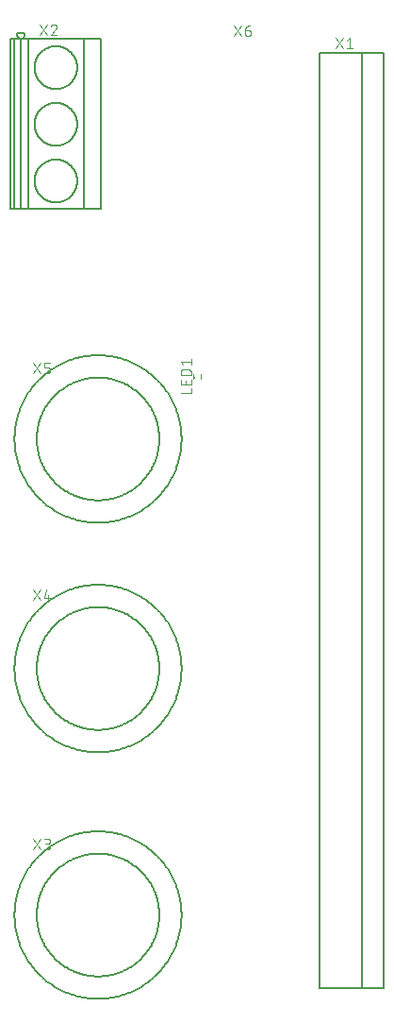
<source format=gbr>
G04 EAGLE Gerber RS-274X export*
G75*
%MOMM*%
%FSLAX34Y34*%
%LPD*%
%INSilkscreen Top*%
%IPPOS*%
%AMOC8*
5,1,8,0,0,1.08239X$1,22.5*%
G01*
%ADD10C,0.101600*%
%ADD11R,0.225000X0.250000*%
%ADD12C,0.076200*%
%ADD13C,0.200000*%
%ADD14C,0.203200*%
%ADD15C,0.127000*%
%ADD16C,0.152400*%


D10*
X171760Y569500D02*
X171760Y573500D01*
X178760Y573500D02*
X178760Y569500D01*
D11*
X172385Y570250D03*
D12*
X169959Y556801D02*
X160561Y556801D01*
X169959Y556801D02*
X169959Y560978D01*
X169959Y564726D02*
X169959Y568903D01*
X169959Y564726D02*
X160561Y564726D01*
X160561Y568903D01*
X164738Y567858D02*
X164738Y564726D01*
X160561Y572633D02*
X169959Y572633D01*
X160561Y572633D02*
X160561Y575244D01*
X160563Y575344D01*
X160569Y575444D01*
X160578Y575543D01*
X160592Y575643D01*
X160609Y575741D01*
X160630Y575839D01*
X160654Y575936D01*
X160683Y576032D01*
X160715Y576127D01*
X160750Y576220D01*
X160789Y576312D01*
X160832Y576403D01*
X160878Y576491D01*
X160928Y576578D01*
X160980Y576663D01*
X161036Y576746D01*
X161095Y576827D01*
X161158Y576905D01*
X161223Y576981D01*
X161291Y577055D01*
X161361Y577125D01*
X161435Y577193D01*
X161511Y577258D01*
X161589Y577321D01*
X161670Y577380D01*
X161753Y577436D01*
X161838Y577488D01*
X161925Y577538D01*
X162013Y577584D01*
X162104Y577627D01*
X162196Y577666D01*
X162289Y577701D01*
X162384Y577733D01*
X162480Y577762D01*
X162577Y577786D01*
X162675Y577807D01*
X162773Y577824D01*
X162873Y577838D01*
X162972Y577847D01*
X163072Y577853D01*
X163172Y577855D01*
X163172Y577854D02*
X167348Y577854D01*
X167348Y577855D02*
X167448Y577853D01*
X167548Y577847D01*
X167647Y577838D01*
X167747Y577824D01*
X167845Y577807D01*
X167943Y577786D01*
X168040Y577762D01*
X168136Y577733D01*
X168231Y577701D01*
X168324Y577666D01*
X168416Y577627D01*
X168507Y577584D01*
X168595Y577538D01*
X168682Y577488D01*
X168767Y577436D01*
X168850Y577380D01*
X168931Y577321D01*
X169009Y577258D01*
X169085Y577193D01*
X169159Y577125D01*
X169229Y577055D01*
X169297Y576981D01*
X169362Y576905D01*
X169425Y576827D01*
X169484Y576746D01*
X169540Y576663D01*
X169592Y576578D01*
X169642Y576491D01*
X169688Y576403D01*
X169731Y576312D01*
X169770Y576220D01*
X169805Y576127D01*
X169837Y576032D01*
X169866Y575936D01*
X169890Y575839D01*
X169911Y575741D01*
X169928Y575643D01*
X169942Y575543D01*
X169951Y575444D01*
X169957Y575344D01*
X169959Y575244D01*
X169959Y572633D01*
X162649Y582082D02*
X160561Y584692D01*
X169959Y584692D01*
X169959Y582082D02*
X169959Y587303D01*
D13*
X323850Y23368D02*
X342900Y23368D01*
X323850Y23368D02*
X285750Y23368D01*
X285750Y861568D01*
X323850Y861568D01*
X342900Y861568D01*
X342900Y23368D01*
X323850Y23368D02*
X323850Y861568D01*
D12*
X306366Y875157D02*
X300101Y865759D01*
X306366Y865759D02*
X300101Y875157D01*
X309767Y873069D02*
X312378Y875157D01*
X312378Y865759D01*
X314988Y865759D02*
X309767Y865759D01*
D14*
X7760Y873971D02*
X7760Y721571D01*
X73503Y721571D02*
X73503Y873971D01*
X28705Y873971D02*
X23781Y873971D01*
X14990Y873971D02*
X14990Y875258D01*
X19130Y875258D02*
X19130Y873971D01*
X16981Y873971D01*
X14990Y873971D01*
X20630Y877041D02*
X20630Y879671D01*
X13490Y879671D02*
X13490Y877041D01*
X19130Y873971D02*
X23781Y873971D01*
X14990Y875258D02*
X13490Y877041D01*
X13490Y879671D02*
X20630Y879671D01*
X68673Y873971D02*
X73503Y873971D01*
X68673Y873971D02*
X28705Y873971D01*
X20630Y877041D02*
X19130Y875258D01*
X23781Y873971D02*
X23781Y721571D01*
X28705Y721571D01*
X16981Y721571D02*
X16981Y873971D01*
X16981Y721571D02*
X23781Y721571D01*
X28705Y721571D02*
X68673Y721571D01*
X73503Y721571D01*
X88760Y721571D01*
X14990Y873971D02*
X10760Y873971D01*
X10760Y721571D02*
X16981Y721571D01*
X88760Y721571D02*
X88760Y873971D01*
X73503Y873971D01*
X10760Y873971D02*
X10760Y721571D01*
X10760Y873971D02*
X7760Y873971D01*
X7760Y721571D02*
X10760Y721571D01*
X29360Y848571D02*
X29366Y849041D01*
X29383Y849511D01*
X29412Y849980D01*
X29452Y850448D01*
X29504Y850915D01*
X29567Y851381D01*
X29642Y851845D01*
X29728Y852307D01*
X29825Y852767D01*
X29934Y853224D01*
X30054Y853679D01*
X30185Y854130D01*
X30327Y854578D01*
X30479Y855022D01*
X30643Y855463D01*
X30818Y855899D01*
X31003Y856331D01*
X31199Y856759D01*
X31405Y857181D01*
X31621Y857598D01*
X31848Y858010D01*
X32084Y858416D01*
X32331Y858816D01*
X32587Y859210D01*
X32853Y859598D01*
X33129Y859979D01*
X33413Y860353D01*
X33707Y860720D01*
X34009Y861079D01*
X34321Y861431D01*
X34641Y861776D01*
X34969Y862112D01*
X35305Y862440D01*
X35650Y862760D01*
X36002Y863072D01*
X36361Y863374D01*
X36728Y863668D01*
X37102Y863952D01*
X37483Y864228D01*
X37871Y864494D01*
X38265Y864750D01*
X38665Y864997D01*
X39071Y865233D01*
X39483Y865460D01*
X39900Y865676D01*
X40322Y865882D01*
X40750Y866078D01*
X41182Y866263D01*
X41618Y866438D01*
X42059Y866602D01*
X42503Y866754D01*
X42951Y866896D01*
X43402Y867027D01*
X43857Y867147D01*
X44314Y867256D01*
X44774Y867353D01*
X45236Y867439D01*
X45700Y867514D01*
X46166Y867577D01*
X46633Y867629D01*
X47101Y867669D01*
X47570Y867698D01*
X48040Y867715D01*
X48510Y867721D01*
X48980Y867715D01*
X49450Y867698D01*
X49919Y867669D01*
X50387Y867629D01*
X50854Y867577D01*
X51320Y867514D01*
X51784Y867439D01*
X52246Y867353D01*
X52706Y867256D01*
X53163Y867147D01*
X53618Y867027D01*
X54069Y866896D01*
X54517Y866754D01*
X54961Y866602D01*
X55402Y866438D01*
X55838Y866263D01*
X56270Y866078D01*
X56698Y865882D01*
X57120Y865676D01*
X57537Y865460D01*
X57949Y865233D01*
X58355Y864997D01*
X58755Y864750D01*
X59149Y864494D01*
X59537Y864228D01*
X59918Y863952D01*
X60292Y863668D01*
X60659Y863374D01*
X61018Y863072D01*
X61370Y862760D01*
X61715Y862440D01*
X62051Y862112D01*
X62379Y861776D01*
X62699Y861431D01*
X63011Y861079D01*
X63313Y860720D01*
X63607Y860353D01*
X63891Y859979D01*
X64167Y859598D01*
X64433Y859210D01*
X64689Y858816D01*
X64936Y858416D01*
X65172Y858010D01*
X65399Y857598D01*
X65615Y857181D01*
X65821Y856759D01*
X66017Y856331D01*
X66202Y855899D01*
X66377Y855463D01*
X66541Y855022D01*
X66693Y854578D01*
X66835Y854130D01*
X66966Y853679D01*
X67086Y853224D01*
X67195Y852767D01*
X67292Y852307D01*
X67378Y851845D01*
X67453Y851381D01*
X67516Y850915D01*
X67568Y850448D01*
X67608Y849980D01*
X67637Y849511D01*
X67654Y849041D01*
X67660Y848571D01*
X67654Y848101D01*
X67637Y847631D01*
X67608Y847162D01*
X67568Y846694D01*
X67516Y846227D01*
X67453Y845761D01*
X67378Y845297D01*
X67292Y844835D01*
X67195Y844375D01*
X67086Y843918D01*
X66966Y843463D01*
X66835Y843012D01*
X66693Y842564D01*
X66541Y842120D01*
X66377Y841679D01*
X66202Y841243D01*
X66017Y840811D01*
X65821Y840383D01*
X65615Y839961D01*
X65399Y839544D01*
X65172Y839132D01*
X64936Y838726D01*
X64689Y838326D01*
X64433Y837932D01*
X64167Y837544D01*
X63891Y837163D01*
X63607Y836789D01*
X63313Y836422D01*
X63011Y836063D01*
X62699Y835711D01*
X62379Y835366D01*
X62051Y835030D01*
X61715Y834702D01*
X61370Y834382D01*
X61018Y834070D01*
X60659Y833768D01*
X60292Y833474D01*
X59918Y833190D01*
X59537Y832914D01*
X59149Y832648D01*
X58755Y832392D01*
X58355Y832145D01*
X57949Y831909D01*
X57537Y831682D01*
X57120Y831466D01*
X56698Y831260D01*
X56270Y831064D01*
X55838Y830879D01*
X55402Y830704D01*
X54961Y830540D01*
X54517Y830388D01*
X54069Y830246D01*
X53618Y830115D01*
X53163Y829995D01*
X52706Y829886D01*
X52246Y829789D01*
X51784Y829703D01*
X51320Y829628D01*
X50854Y829565D01*
X50387Y829513D01*
X49919Y829473D01*
X49450Y829444D01*
X48980Y829427D01*
X48510Y829421D01*
X48040Y829427D01*
X47570Y829444D01*
X47101Y829473D01*
X46633Y829513D01*
X46166Y829565D01*
X45700Y829628D01*
X45236Y829703D01*
X44774Y829789D01*
X44314Y829886D01*
X43857Y829995D01*
X43402Y830115D01*
X42951Y830246D01*
X42503Y830388D01*
X42059Y830540D01*
X41618Y830704D01*
X41182Y830879D01*
X40750Y831064D01*
X40322Y831260D01*
X39900Y831466D01*
X39483Y831682D01*
X39071Y831909D01*
X38665Y832145D01*
X38265Y832392D01*
X37871Y832648D01*
X37483Y832914D01*
X37102Y833190D01*
X36728Y833474D01*
X36361Y833768D01*
X36002Y834070D01*
X35650Y834382D01*
X35305Y834702D01*
X34969Y835030D01*
X34641Y835366D01*
X34321Y835711D01*
X34009Y836063D01*
X33707Y836422D01*
X33413Y836789D01*
X33129Y837163D01*
X32853Y837544D01*
X32587Y837932D01*
X32331Y838326D01*
X32084Y838726D01*
X31848Y839132D01*
X31621Y839544D01*
X31405Y839961D01*
X31199Y840383D01*
X31003Y840811D01*
X30818Y841243D01*
X30643Y841679D01*
X30479Y842120D01*
X30327Y842564D01*
X30185Y843012D01*
X30054Y843463D01*
X29934Y843918D01*
X29825Y844375D01*
X29728Y844835D01*
X29642Y845297D01*
X29567Y845761D01*
X29504Y846227D01*
X29452Y846694D01*
X29412Y847162D01*
X29383Y847631D01*
X29366Y848101D01*
X29360Y848571D01*
X29360Y797771D02*
X29366Y798241D01*
X29383Y798711D01*
X29412Y799180D01*
X29452Y799648D01*
X29504Y800115D01*
X29567Y800581D01*
X29642Y801045D01*
X29728Y801507D01*
X29825Y801967D01*
X29934Y802424D01*
X30054Y802879D01*
X30185Y803330D01*
X30327Y803778D01*
X30479Y804222D01*
X30643Y804663D01*
X30818Y805099D01*
X31003Y805531D01*
X31199Y805959D01*
X31405Y806381D01*
X31621Y806798D01*
X31848Y807210D01*
X32084Y807616D01*
X32331Y808016D01*
X32587Y808410D01*
X32853Y808798D01*
X33129Y809179D01*
X33413Y809553D01*
X33707Y809920D01*
X34009Y810279D01*
X34321Y810631D01*
X34641Y810976D01*
X34969Y811312D01*
X35305Y811640D01*
X35650Y811960D01*
X36002Y812272D01*
X36361Y812574D01*
X36728Y812868D01*
X37102Y813152D01*
X37483Y813428D01*
X37871Y813694D01*
X38265Y813950D01*
X38665Y814197D01*
X39071Y814433D01*
X39483Y814660D01*
X39900Y814876D01*
X40322Y815082D01*
X40750Y815278D01*
X41182Y815463D01*
X41618Y815638D01*
X42059Y815802D01*
X42503Y815954D01*
X42951Y816096D01*
X43402Y816227D01*
X43857Y816347D01*
X44314Y816456D01*
X44774Y816553D01*
X45236Y816639D01*
X45700Y816714D01*
X46166Y816777D01*
X46633Y816829D01*
X47101Y816869D01*
X47570Y816898D01*
X48040Y816915D01*
X48510Y816921D01*
X48980Y816915D01*
X49450Y816898D01*
X49919Y816869D01*
X50387Y816829D01*
X50854Y816777D01*
X51320Y816714D01*
X51784Y816639D01*
X52246Y816553D01*
X52706Y816456D01*
X53163Y816347D01*
X53618Y816227D01*
X54069Y816096D01*
X54517Y815954D01*
X54961Y815802D01*
X55402Y815638D01*
X55838Y815463D01*
X56270Y815278D01*
X56698Y815082D01*
X57120Y814876D01*
X57537Y814660D01*
X57949Y814433D01*
X58355Y814197D01*
X58755Y813950D01*
X59149Y813694D01*
X59537Y813428D01*
X59918Y813152D01*
X60292Y812868D01*
X60659Y812574D01*
X61018Y812272D01*
X61370Y811960D01*
X61715Y811640D01*
X62051Y811312D01*
X62379Y810976D01*
X62699Y810631D01*
X63011Y810279D01*
X63313Y809920D01*
X63607Y809553D01*
X63891Y809179D01*
X64167Y808798D01*
X64433Y808410D01*
X64689Y808016D01*
X64936Y807616D01*
X65172Y807210D01*
X65399Y806798D01*
X65615Y806381D01*
X65821Y805959D01*
X66017Y805531D01*
X66202Y805099D01*
X66377Y804663D01*
X66541Y804222D01*
X66693Y803778D01*
X66835Y803330D01*
X66966Y802879D01*
X67086Y802424D01*
X67195Y801967D01*
X67292Y801507D01*
X67378Y801045D01*
X67453Y800581D01*
X67516Y800115D01*
X67568Y799648D01*
X67608Y799180D01*
X67637Y798711D01*
X67654Y798241D01*
X67660Y797771D01*
X67654Y797301D01*
X67637Y796831D01*
X67608Y796362D01*
X67568Y795894D01*
X67516Y795427D01*
X67453Y794961D01*
X67378Y794497D01*
X67292Y794035D01*
X67195Y793575D01*
X67086Y793118D01*
X66966Y792663D01*
X66835Y792212D01*
X66693Y791764D01*
X66541Y791320D01*
X66377Y790879D01*
X66202Y790443D01*
X66017Y790011D01*
X65821Y789583D01*
X65615Y789161D01*
X65399Y788744D01*
X65172Y788332D01*
X64936Y787926D01*
X64689Y787526D01*
X64433Y787132D01*
X64167Y786744D01*
X63891Y786363D01*
X63607Y785989D01*
X63313Y785622D01*
X63011Y785263D01*
X62699Y784911D01*
X62379Y784566D01*
X62051Y784230D01*
X61715Y783902D01*
X61370Y783582D01*
X61018Y783270D01*
X60659Y782968D01*
X60292Y782674D01*
X59918Y782390D01*
X59537Y782114D01*
X59149Y781848D01*
X58755Y781592D01*
X58355Y781345D01*
X57949Y781109D01*
X57537Y780882D01*
X57120Y780666D01*
X56698Y780460D01*
X56270Y780264D01*
X55838Y780079D01*
X55402Y779904D01*
X54961Y779740D01*
X54517Y779588D01*
X54069Y779446D01*
X53618Y779315D01*
X53163Y779195D01*
X52706Y779086D01*
X52246Y778989D01*
X51784Y778903D01*
X51320Y778828D01*
X50854Y778765D01*
X50387Y778713D01*
X49919Y778673D01*
X49450Y778644D01*
X48980Y778627D01*
X48510Y778621D01*
X48040Y778627D01*
X47570Y778644D01*
X47101Y778673D01*
X46633Y778713D01*
X46166Y778765D01*
X45700Y778828D01*
X45236Y778903D01*
X44774Y778989D01*
X44314Y779086D01*
X43857Y779195D01*
X43402Y779315D01*
X42951Y779446D01*
X42503Y779588D01*
X42059Y779740D01*
X41618Y779904D01*
X41182Y780079D01*
X40750Y780264D01*
X40322Y780460D01*
X39900Y780666D01*
X39483Y780882D01*
X39071Y781109D01*
X38665Y781345D01*
X38265Y781592D01*
X37871Y781848D01*
X37483Y782114D01*
X37102Y782390D01*
X36728Y782674D01*
X36361Y782968D01*
X36002Y783270D01*
X35650Y783582D01*
X35305Y783902D01*
X34969Y784230D01*
X34641Y784566D01*
X34321Y784911D01*
X34009Y785263D01*
X33707Y785622D01*
X33413Y785989D01*
X33129Y786363D01*
X32853Y786744D01*
X32587Y787132D01*
X32331Y787526D01*
X32084Y787926D01*
X31848Y788332D01*
X31621Y788744D01*
X31405Y789161D01*
X31199Y789583D01*
X31003Y790011D01*
X30818Y790443D01*
X30643Y790879D01*
X30479Y791320D01*
X30327Y791764D01*
X30185Y792212D01*
X30054Y792663D01*
X29934Y793118D01*
X29825Y793575D01*
X29728Y794035D01*
X29642Y794497D01*
X29567Y794961D01*
X29504Y795427D01*
X29452Y795894D01*
X29412Y796362D01*
X29383Y796831D01*
X29366Y797301D01*
X29360Y797771D01*
X29360Y746971D02*
X29366Y747441D01*
X29383Y747911D01*
X29412Y748380D01*
X29452Y748848D01*
X29504Y749315D01*
X29567Y749781D01*
X29642Y750245D01*
X29728Y750707D01*
X29825Y751167D01*
X29934Y751624D01*
X30054Y752079D01*
X30185Y752530D01*
X30327Y752978D01*
X30479Y753422D01*
X30643Y753863D01*
X30818Y754299D01*
X31003Y754731D01*
X31199Y755159D01*
X31405Y755581D01*
X31621Y755998D01*
X31848Y756410D01*
X32084Y756816D01*
X32331Y757216D01*
X32587Y757610D01*
X32853Y757998D01*
X33129Y758379D01*
X33413Y758753D01*
X33707Y759120D01*
X34009Y759479D01*
X34321Y759831D01*
X34641Y760176D01*
X34969Y760512D01*
X35305Y760840D01*
X35650Y761160D01*
X36002Y761472D01*
X36361Y761774D01*
X36728Y762068D01*
X37102Y762352D01*
X37483Y762628D01*
X37871Y762894D01*
X38265Y763150D01*
X38665Y763397D01*
X39071Y763633D01*
X39483Y763860D01*
X39900Y764076D01*
X40322Y764282D01*
X40750Y764478D01*
X41182Y764663D01*
X41618Y764838D01*
X42059Y765002D01*
X42503Y765154D01*
X42951Y765296D01*
X43402Y765427D01*
X43857Y765547D01*
X44314Y765656D01*
X44774Y765753D01*
X45236Y765839D01*
X45700Y765914D01*
X46166Y765977D01*
X46633Y766029D01*
X47101Y766069D01*
X47570Y766098D01*
X48040Y766115D01*
X48510Y766121D01*
X48980Y766115D01*
X49450Y766098D01*
X49919Y766069D01*
X50387Y766029D01*
X50854Y765977D01*
X51320Y765914D01*
X51784Y765839D01*
X52246Y765753D01*
X52706Y765656D01*
X53163Y765547D01*
X53618Y765427D01*
X54069Y765296D01*
X54517Y765154D01*
X54961Y765002D01*
X55402Y764838D01*
X55838Y764663D01*
X56270Y764478D01*
X56698Y764282D01*
X57120Y764076D01*
X57537Y763860D01*
X57949Y763633D01*
X58355Y763397D01*
X58755Y763150D01*
X59149Y762894D01*
X59537Y762628D01*
X59918Y762352D01*
X60292Y762068D01*
X60659Y761774D01*
X61018Y761472D01*
X61370Y761160D01*
X61715Y760840D01*
X62051Y760512D01*
X62379Y760176D01*
X62699Y759831D01*
X63011Y759479D01*
X63313Y759120D01*
X63607Y758753D01*
X63891Y758379D01*
X64167Y757998D01*
X64433Y757610D01*
X64689Y757216D01*
X64936Y756816D01*
X65172Y756410D01*
X65399Y755998D01*
X65615Y755581D01*
X65821Y755159D01*
X66017Y754731D01*
X66202Y754299D01*
X66377Y753863D01*
X66541Y753422D01*
X66693Y752978D01*
X66835Y752530D01*
X66966Y752079D01*
X67086Y751624D01*
X67195Y751167D01*
X67292Y750707D01*
X67378Y750245D01*
X67453Y749781D01*
X67516Y749315D01*
X67568Y748848D01*
X67608Y748380D01*
X67637Y747911D01*
X67654Y747441D01*
X67660Y746971D01*
X67654Y746501D01*
X67637Y746031D01*
X67608Y745562D01*
X67568Y745094D01*
X67516Y744627D01*
X67453Y744161D01*
X67378Y743697D01*
X67292Y743235D01*
X67195Y742775D01*
X67086Y742318D01*
X66966Y741863D01*
X66835Y741412D01*
X66693Y740964D01*
X66541Y740520D01*
X66377Y740079D01*
X66202Y739643D01*
X66017Y739211D01*
X65821Y738783D01*
X65615Y738361D01*
X65399Y737944D01*
X65172Y737532D01*
X64936Y737126D01*
X64689Y736726D01*
X64433Y736332D01*
X64167Y735944D01*
X63891Y735563D01*
X63607Y735189D01*
X63313Y734822D01*
X63011Y734463D01*
X62699Y734111D01*
X62379Y733766D01*
X62051Y733430D01*
X61715Y733102D01*
X61370Y732782D01*
X61018Y732470D01*
X60659Y732168D01*
X60292Y731874D01*
X59918Y731590D01*
X59537Y731314D01*
X59149Y731048D01*
X58755Y730792D01*
X58355Y730545D01*
X57949Y730309D01*
X57537Y730082D01*
X57120Y729866D01*
X56698Y729660D01*
X56270Y729464D01*
X55838Y729279D01*
X55402Y729104D01*
X54961Y728940D01*
X54517Y728788D01*
X54069Y728646D01*
X53618Y728515D01*
X53163Y728395D01*
X52706Y728286D01*
X52246Y728189D01*
X51784Y728103D01*
X51320Y728028D01*
X50854Y727965D01*
X50387Y727913D01*
X49919Y727873D01*
X49450Y727844D01*
X48980Y727827D01*
X48510Y727821D01*
X48040Y727827D01*
X47570Y727844D01*
X47101Y727873D01*
X46633Y727913D01*
X46166Y727965D01*
X45700Y728028D01*
X45236Y728103D01*
X44774Y728189D01*
X44314Y728286D01*
X43857Y728395D01*
X43402Y728515D01*
X42951Y728646D01*
X42503Y728788D01*
X42059Y728940D01*
X41618Y729104D01*
X41182Y729279D01*
X40750Y729464D01*
X40322Y729660D01*
X39900Y729866D01*
X39483Y730082D01*
X39071Y730309D01*
X38665Y730545D01*
X38265Y730792D01*
X37871Y731048D01*
X37483Y731314D01*
X37102Y731590D01*
X36728Y731874D01*
X36361Y732168D01*
X36002Y732470D01*
X35650Y732782D01*
X35305Y733102D01*
X34969Y733430D01*
X34641Y733766D01*
X34321Y734111D01*
X34009Y734463D01*
X33707Y734822D01*
X33413Y735189D01*
X33129Y735563D01*
X32853Y735944D01*
X32587Y736332D01*
X32331Y736726D01*
X32084Y737126D01*
X31848Y737532D01*
X31621Y737944D01*
X31405Y738361D01*
X31199Y738783D01*
X31003Y739211D01*
X30818Y739643D01*
X30643Y740079D01*
X30479Y740520D01*
X30327Y740964D01*
X30185Y741412D01*
X30054Y741863D01*
X29934Y742318D01*
X29825Y742775D01*
X29728Y743235D01*
X29642Y743697D01*
X29567Y744161D01*
X29504Y744627D01*
X29452Y745094D01*
X29412Y745562D01*
X29383Y746031D01*
X29366Y746501D01*
X29360Y746971D01*
D12*
X34150Y877951D02*
X40415Y887349D01*
X34150Y887349D02*
X40415Y877951D01*
X49038Y885000D02*
X49036Y885095D01*
X49030Y885189D01*
X49021Y885283D01*
X49008Y885377D01*
X48991Y885470D01*
X48970Y885562D01*
X48945Y885654D01*
X48917Y885744D01*
X48885Y885833D01*
X48850Y885921D01*
X48811Y886007D01*
X48769Y886092D01*
X48723Y886175D01*
X48674Y886256D01*
X48622Y886335D01*
X48567Y886412D01*
X48508Y886486D01*
X48447Y886558D01*
X48383Y886628D01*
X48316Y886695D01*
X48246Y886759D01*
X48174Y886820D01*
X48100Y886879D01*
X48023Y886934D01*
X47944Y886986D01*
X47863Y887035D01*
X47780Y887081D01*
X47695Y887123D01*
X47609Y887162D01*
X47521Y887197D01*
X47432Y887229D01*
X47342Y887257D01*
X47250Y887282D01*
X47158Y887303D01*
X47065Y887320D01*
X46971Y887333D01*
X46877Y887342D01*
X46783Y887348D01*
X46688Y887350D01*
X46688Y887349D02*
X46580Y887347D01*
X46471Y887341D01*
X46363Y887331D01*
X46256Y887318D01*
X46149Y887300D01*
X46042Y887279D01*
X45937Y887254D01*
X45832Y887225D01*
X45729Y887193D01*
X45627Y887156D01*
X45526Y887116D01*
X45427Y887073D01*
X45329Y887026D01*
X45233Y886975D01*
X45139Y886921D01*
X45047Y886864D01*
X44957Y886803D01*
X44869Y886739D01*
X44784Y886673D01*
X44701Y886603D01*
X44621Y886530D01*
X44543Y886454D01*
X44468Y886376D01*
X44396Y886295D01*
X44327Y886211D01*
X44261Y886125D01*
X44198Y886037D01*
X44139Y885946D01*
X44082Y885854D01*
X44029Y885759D01*
X43980Y885663D01*
X43934Y885564D01*
X43891Y885465D01*
X43852Y885363D01*
X43817Y885261D01*
X48255Y883172D02*
X48324Y883241D01*
X48390Y883312D01*
X48454Y883385D01*
X48515Y883461D01*
X48573Y883540D01*
X48627Y883620D01*
X48679Y883703D01*
X48727Y883787D01*
X48773Y883873D01*
X48814Y883961D01*
X48853Y884051D01*
X48888Y884142D01*
X48919Y884234D01*
X48947Y884327D01*
X48971Y884421D01*
X48991Y884516D01*
X49008Y884612D01*
X49021Y884709D01*
X49030Y884806D01*
X49036Y884903D01*
X49038Y885000D01*
X48254Y883172D02*
X43816Y877951D01*
X49037Y877951D01*
D15*
X31360Y88900D02*
X31377Y90250D01*
X31426Y91599D01*
X31509Y92946D01*
X31625Y94291D01*
X31774Y95633D01*
X31955Y96970D01*
X32170Y98303D01*
X32417Y99630D01*
X32696Y100951D01*
X33008Y102264D01*
X33352Y103569D01*
X33728Y104866D01*
X34136Y106152D01*
X34575Y107429D01*
X35045Y108694D01*
X35547Y109948D01*
X36078Y111188D01*
X36641Y112416D01*
X37233Y113629D01*
X37854Y114827D01*
X38505Y116009D01*
X39185Y117176D01*
X39893Y118325D01*
X40629Y119456D01*
X41393Y120569D01*
X42184Y121663D01*
X43001Y122738D01*
X43844Y123792D01*
X44714Y124825D01*
X45608Y125836D01*
X46526Y126825D01*
X47469Y127791D01*
X48435Y128734D01*
X49424Y129652D01*
X50435Y130546D01*
X51468Y131416D01*
X52522Y132259D01*
X53597Y133076D01*
X54691Y133867D01*
X55804Y134631D01*
X56935Y135367D01*
X58084Y136075D01*
X59251Y136755D01*
X60433Y137406D01*
X61631Y138027D01*
X62844Y138619D01*
X64072Y139182D01*
X65312Y139713D01*
X66566Y140215D01*
X67831Y140685D01*
X69108Y141124D01*
X70394Y141532D01*
X71691Y141908D01*
X72996Y142252D01*
X74309Y142564D01*
X75630Y142843D01*
X76957Y143090D01*
X78290Y143305D01*
X79627Y143486D01*
X80969Y143635D01*
X82314Y143751D01*
X83661Y143834D01*
X85010Y143883D01*
X86360Y143900D01*
X87710Y143883D01*
X89059Y143834D01*
X90406Y143751D01*
X91751Y143635D01*
X93093Y143486D01*
X94430Y143305D01*
X95763Y143090D01*
X97090Y142843D01*
X98411Y142564D01*
X99724Y142252D01*
X101029Y141908D01*
X102326Y141532D01*
X103612Y141124D01*
X104889Y140685D01*
X106154Y140215D01*
X107408Y139713D01*
X108648Y139182D01*
X109876Y138619D01*
X111089Y138027D01*
X112287Y137406D01*
X113469Y136755D01*
X114636Y136075D01*
X115785Y135367D01*
X116916Y134631D01*
X118029Y133867D01*
X119123Y133076D01*
X120198Y132259D01*
X121252Y131416D01*
X122285Y130546D01*
X123296Y129652D01*
X124285Y128734D01*
X125251Y127791D01*
X126194Y126825D01*
X127112Y125836D01*
X128006Y124825D01*
X128876Y123792D01*
X129719Y122738D01*
X130536Y121663D01*
X131327Y120569D01*
X132091Y119456D01*
X132827Y118325D01*
X133535Y117176D01*
X134215Y116009D01*
X134866Y114827D01*
X135487Y113629D01*
X136079Y112416D01*
X136642Y111188D01*
X137173Y109948D01*
X137675Y108694D01*
X138145Y107429D01*
X138584Y106152D01*
X138992Y104866D01*
X139368Y103569D01*
X139712Y102264D01*
X140024Y100951D01*
X140303Y99630D01*
X140550Y98303D01*
X140765Y96970D01*
X140946Y95633D01*
X141095Y94291D01*
X141211Y92946D01*
X141294Y91599D01*
X141343Y90250D01*
X141360Y88900D01*
X141343Y87550D01*
X141294Y86201D01*
X141211Y84854D01*
X141095Y83509D01*
X140946Y82167D01*
X140765Y80830D01*
X140550Y79497D01*
X140303Y78170D01*
X140024Y76849D01*
X139712Y75536D01*
X139368Y74231D01*
X138992Y72934D01*
X138584Y71648D01*
X138145Y70371D01*
X137675Y69106D01*
X137173Y67852D01*
X136642Y66612D01*
X136079Y65384D01*
X135487Y64171D01*
X134866Y62973D01*
X134215Y61791D01*
X133535Y60624D01*
X132827Y59475D01*
X132091Y58344D01*
X131327Y57231D01*
X130536Y56137D01*
X129719Y55062D01*
X128876Y54008D01*
X128006Y52975D01*
X127112Y51964D01*
X126194Y50975D01*
X125251Y50009D01*
X124285Y49066D01*
X123296Y48148D01*
X122285Y47254D01*
X121252Y46384D01*
X120198Y45541D01*
X119123Y44724D01*
X118029Y43933D01*
X116916Y43169D01*
X115785Y42433D01*
X114636Y41725D01*
X113469Y41045D01*
X112287Y40394D01*
X111089Y39773D01*
X109876Y39181D01*
X108648Y38618D01*
X107408Y38087D01*
X106154Y37585D01*
X104889Y37115D01*
X103612Y36676D01*
X102326Y36268D01*
X101029Y35892D01*
X99724Y35548D01*
X98411Y35236D01*
X97090Y34957D01*
X95763Y34710D01*
X94430Y34495D01*
X93093Y34314D01*
X91751Y34165D01*
X90406Y34049D01*
X89059Y33966D01*
X87710Y33917D01*
X86360Y33900D01*
X85010Y33917D01*
X83661Y33966D01*
X82314Y34049D01*
X80969Y34165D01*
X79627Y34314D01*
X78290Y34495D01*
X76957Y34710D01*
X75630Y34957D01*
X74309Y35236D01*
X72996Y35548D01*
X71691Y35892D01*
X70394Y36268D01*
X69108Y36676D01*
X67831Y37115D01*
X66566Y37585D01*
X65312Y38087D01*
X64072Y38618D01*
X62844Y39181D01*
X61631Y39773D01*
X60433Y40394D01*
X59251Y41045D01*
X58084Y41725D01*
X56935Y42433D01*
X55804Y43169D01*
X54691Y43933D01*
X53597Y44724D01*
X52522Y45541D01*
X51468Y46384D01*
X50435Y47254D01*
X49424Y48148D01*
X48435Y49066D01*
X47469Y50009D01*
X46526Y50975D01*
X45608Y51964D01*
X44714Y52975D01*
X43844Y54008D01*
X43001Y55062D01*
X42184Y56137D01*
X41393Y57231D01*
X40629Y58344D01*
X39893Y59475D01*
X39185Y60624D01*
X38505Y61791D01*
X37854Y62973D01*
X37233Y64171D01*
X36641Y65384D01*
X36078Y66612D01*
X35547Y67852D01*
X35045Y69106D01*
X34575Y70371D01*
X34136Y71648D01*
X33728Y72934D01*
X33352Y74231D01*
X33008Y75536D01*
X32696Y76849D01*
X32417Y78170D01*
X32170Y79497D01*
X31955Y80830D01*
X31774Y82167D01*
X31625Y83509D01*
X31509Y84854D01*
X31426Y86201D01*
X31377Y87550D01*
X31360Y88900D01*
D16*
X11360Y88900D02*
X11383Y90741D01*
X11450Y92580D01*
X11563Y94417D01*
X11721Y96251D01*
X11924Y98081D01*
X12172Y99905D01*
X12464Y101722D01*
X12801Y103532D01*
X13182Y105333D01*
X13608Y107124D01*
X14077Y108903D01*
X14589Y110671D01*
X15145Y112426D01*
X15744Y114167D01*
X16386Y115892D01*
X17069Y117601D01*
X17794Y119293D01*
X18561Y120967D01*
X19368Y122621D01*
X20216Y124255D01*
X21103Y125867D01*
X22030Y127458D01*
X22996Y129025D01*
X24000Y130568D01*
X25041Y132086D01*
X26119Y133577D01*
X27234Y135042D01*
X28384Y136479D01*
X29569Y137888D01*
X30789Y139267D01*
X32041Y140616D01*
X33327Y141933D01*
X34644Y143219D01*
X35993Y144471D01*
X37372Y145691D01*
X38781Y146876D01*
X40218Y148026D01*
X41683Y149141D01*
X43174Y150219D01*
X44692Y151260D01*
X46235Y152264D01*
X47802Y153230D01*
X49393Y154157D01*
X51005Y155044D01*
X52639Y155892D01*
X54293Y156699D01*
X55967Y157466D01*
X57659Y158191D01*
X59368Y158874D01*
X61093Y159516D01*
X62834Y160115D01*
X64589Y160671D01*
X66357Y161183D01*
X68136Y161652D01*
X69927Y162078D01*
X71728Y162459D01*
X73538Y162796D01*
X75355Y163088D01*
X77179Y163336D01*
X79009Y163539D01*
X80843Y163697D01*
X82680Y163810D01*
X84519Y163877D01*
X86360Y163900D01*
X88201Y163877D01*
X90040Y163810D01*
X91877Y163697D01*
X93711Y163539D01*
X95541Y163336D01*
X97365Y163088D01*
X99182Y162796D01*
X100992Y162459D01*
X102793Y162078D01*
X104584Y161652D01*
X106363Y161183D01*
X108131Y160671D01*
X109886Y160115D01*
X111627Y159516D01*
X113352Y158874D01*
X115061Y158191D01*
X116753Y157466D01*
X118427Y156699D01*
X120081Y155892D01*
X121715Y155044D01*
X123327Y154157D01*
X124918Y153230D01*
X126485Y152264D01*
X128028Y151260D01*
X129546Y150219D01*
X131037Y149141D01*
X132502Y148026D01*
X133939Y146876D01*
X135348Y145691D01*
X136727Y144471D01*
X138076Y143219D01*
X139393Y141933D01*
X140679Y140616D01*
X141931Y139267D01*
X143151Y137888D01*
X144336Y136479D01*
X145486Y135042D01*
X146601Y133577D01*
X147679Y132086D01*
X148720Y130568D01*
X149724Y129025D01*
X150690Y127458D01*
X151617Y125867D01*
X152504Y124255D01*
X153352Y122621D01*
X154159Y120967D01*
X154926Y119293D01*
X155651Y117601D01*
X156334Y115892D01*
X156976Y114167D01*
X157575Y112426D01*
X158131Y110671D01*
X158643Y108903D01*
X159112Y107124D01*
X159538Y105333D01*
X159919Y103532D01*
X160256Y101722D01*
X160548Y99905D01*
X160796Y98081D01*
X160999Y96251D01*
X161157Y94417D01*
X161270Y92580D01*
X161337Y90741D01*
X161360Y88900D01*
X161337Y87059D01*
X161270Y85220D01*
X161157Y83383D01*
X160999Y81549D01*
X160796Y79719D01*
X160548Y77895D01*
X160256Y76078D01*
X159919Y74268D01*
X159538Y72467D01*
X159112Y70676D01*
X158643Y68897D01*
X158131Y67129D01*
X157575Y65374D01*
X156976Y63633D01*
X156334Y61908D01*
X155651Y60199D01*
X154926Y58507D01*
X154159Y56833D01*
X153352Y55179D01*
X152504Y53545D01*
X151617Y51933D01*
X150690Y50342D01*
X149724Y48775D01*
X148720Y47232D01*
X147679Y45714D01*
X146601Y44223D01*
X145486Y42758D01*
X144336Y41321D01*
X143151Y39912D01*
X141931Y38533D01*
X140679Y37184D01*
X139393Y35867D01*
X138076Y34581D01*
X136727Y33329D01*
X135348Y32109D01*
X133939Y30924D01*
X132502Y29774D01*
X131037Y28659D01*
X129546Y27581D01*
X128028Y26540D01*
X126485Y25536D01*
X124918Y24570D01*
X123327Y23643D01*
X121715Y22756D01*
X120081Y21908D01*
X118427Y21101D01*
X116753Y20334D01*
X115061Y19609D01*
X113352Y18926D01*
X111627Y18284D01*
X109886Y17685D01*
X108131Y17129D01*
X106363Y16617D01*
X104584Y16148D01*
X102793Y15722D01*
X100992Y15341D01*
X99182Y15004D01*
X97365Y14712D01*
X95541Y14464D01*
X93711Y14261D01*
X91877Y14103D01*
X90040Y13990D01*
X88201Y13923D01*
X86360Y13900D01*
X84519Y13923D01*
X82680Y13990D01*
X80843Y14103D01*
X79009Y14261D01*
X77179Y14464D01*
X75355Y14712D01*
X73538Y15004D01*
X71728Y15341D01*
X69927Y15722D01*
X68136Y16148D01*
X66357Y16617D01*
X64589Y17129D01*
X62834Y17685D01*
X61093Y18284D01*
X59368Y18926D01*
X57659Y19609D01*
X55967Y20334D01*
X54293Y21101D01*
X52639Y21908D01*
X51005Y22756D01*
X49393Y23643D01*
X47802Y24570D01*
X46235Y25536D01*
X44692Y26540D01*
X43174Y27581D01*
X41683Y28659D01*
X40218Y29774D01*
X38781Y30924D01*
X37372Y32109D01*
X35993Y33329D01*
X34644Y34581D01*
X33327Y35867D01*
X32041Y37184D01*
X30789Y38533D01*
X29569Y39912D01*
X28384Y41321D01*
X27234Y42758D01*
X26119Y44223D01*
X25041Y45714D01*
X24000Y47232D01*
X22996Y48775D01*
X22030Y50342D01*
X21103Y51933D01*
X20216Y53545D01*
X19368Y55179D01*
X18561Y56833D01*
X17794Y58507D01*
X17069Y60199D01*
X16386Y61908D01*
X15744Y63633D01*
X15145Y65374D01*
X14589Y67129D01*
X14077Y68897D01*
X13608Y70676D01*
X13182Y72467D01*
X12801Y74268D01*
X12464Y76078D01*
X12172Y77895D01*
X11924Y79719D01*
X11721Y81549D01*
X11563Y83383D01*
X11450Y85220D01*
X11383Y87059D01*
X11360Y88900D01*
D12*
X28321Y147701D02*
X34586Y157099D01*
X28321Y157099D02*
X34586Y147701D01*
X37987Y147701D02*
X40598Y147701D01*
X40699Y147703D01*
X40800Y147709D01*
X40901Y147719D01*
X41001Y147732D01*
X41101Y147750D01*
X41200Y147771D01*
X41298Y147797D01*
X41395Y147826D01*
X41491Y147858D01*
X41585Y147895D01*
X41678Y147935D01*
X41770Y147979D01*
X41859Y148026D01*
X41947Y148077D01*
X42033Y148131D01*
X42116Y148188D01*
X42198Y148248D01*
X42276Y148312D01*
X42353Y148378D01*
X42426Y148448D01*
X42497Y148520D01*
X42565Y148595D01*
X42630Y148673D01*
X42692Y148753D01*
X42751Y148835D01*
X42807Y148920D01*
X42859Y149006D01*
X42908Y149095D01*
X42954Y149186D01*
X42995Y149278D01*
X43034Y149372D01*
X43068Y149467D01*
X43099Y149563D01*
X43126Y149661D01*
X43150Y149759D01*
X43169Y149859D01*
X43185Y149959D01*
X43197Y150059D01*
X43205Y150160D01*
X43209Y150261D01*
X43209Y150363D01*
X43205Y150464D01*
X43197Y150565D01*
X43185Y150665D01*
X43169Y150765D01*
X43150Y150865D01*
X43126Y150963D01*
X43099Y151061D01*
X43068Y151157D01*
X43034Y151252D01*
X42995Y151346D01*
X42954Y151438D01*
X42908Y151529D01*
X42859Y151617D01*
X42807Y151704D01*
X42751Y151789D01*
X42692Y151871D01*
X42630Y151951D01*
X42565Y152029D01*
X42497Y152104D01*
X42426Y152176D01*
X42353Y152246D01*
X42276Y152312D01*
X42198Y152376D01*
X42116Y152436D01*
X42033Y152493D01*
X41947Y152547D01*
X41859Y152598D01*
X41770Y152645D01*
X41678Y152689D01*
X41585Y152729D01*
X41491Y152766D01*
X41395Y152798D01*
X41298Y152827D01*
X41200Y152853D01*
X41101Y152874D01*
X41001Y152892D01*
X40901Y152905D01*
X40800Y152915D01*
X40699Y152921D01*
X40598Y152923D01*
X41120Y157099D02*
X37987Y157099D01*
X41120Y157099D02*
X41210Y157097D01*
X41299Y157091D01*
X41389Y157082D01*
X41478Y157068D01*
X41566Y157051D01*
X41653Y157030D01*
X41740Y157005D01*
X41825Y156976D01*
X41909Y156944D01*
X41991Y156909D01*
X42072Y156869D01*
X42151Y156827D01*
X42228Y156781D01*
X42303Y156731D01*
X42376Y156679D01*
X42447Y156623D01*
X42515Y156565D01*
X42580Y156503D01*
X42643Y156439D01*
X42703Y156372D01*
X42760Y156303D01*
X42814Y156231D01*
X42865Y156157D01*
X42913Y156081D01*
X42957Y156003D01*
X42998Y155923D01*
X43036Y155841D01*
X43070Y155758D01*
X43100Y155673D01*
X43127Y155587D01*
X43150Y155501D01*
X43169Y155413D01*
X43184Y155324D01*
X43196Y155235D01*
X43204Y155146D01*
X43208Y155056D01*
X43208Y154966D01*
X43204Y154876D01*
X43196Y154787D01*
X43184Y154698D01*
X43169Y154609D01*
X43150Y154521D01*
X43127Y154435D01*
X43100Y154349D01*
X43070Y154264D01*
X43036Y154181D01*
X42998Y154099D01*
X42957Y154019D01*
X42913Y153941D01*
X42865Y153865D01*
X42814Y153791D01*
X42760Y153719D01*
X42703Y153650D01*
X42643Y153583D01*
X42580Y153519D01*
X42515Y153457D01*
X42447Y153399D01*
X42376Y153343D01*
X42303Y153291D01*
X42228Y153241D01*
X42151Y153195D01*
X42072Y153153D01*
X41991Y153113D01*
X41909Y153078D01*
X41825Y153046D01*
X41740Y153017D01*
X41653Y152992D01*
X41566Y152971D01*
X41478Y152954D01*
X41389Y152940D01*
X41299Y152931D01*
X41210Y152925D01*
X41120Y152923D01*
X41120Y152922D02*
X39031Y152922D01*
D15*
X31360Y309880D02*
X31377Y311230D01*
X31426Y312579D01*
X31509Y313926D01*
X31625Y315271D01*
X31774Y316613D01*
X31955Y317950D01*
X32170Y319283D01*
X32417Y320610D01*
X32696Y321931D01*
X33008Y323244D01*
X33352Y324549D01*
X33728Y325846D01*
X34136Y327132D01*
X34575Y328409D01*
X35045Y329674D01*
X35547Y330928D01*
X36078Y332168D01*
X36641Y333396D01*
X37233Y334609D01*
X37854Y335807D01*
X38505Y336989D01*
X39185Y338156D01*
X39893Y339305D01*
X40629Y340436D01*
X41393Y341549D01*
X42184Y342643D01*
X43001Y343718D01*
X43844Y344772D01*
X44714Y345805D01*
X45608Y346816D01*
X46526Y347805D01*
X47469Y348771D01*
X48435Y349714D01*
X49424Y350632D01*
X50435Y351526D01*
X51468Y352396D01*
X52522Y353239D01*
X53597Y354056D01*
X54691Y354847D01*
X55804Y355611D01*
X56935Y356347D01*
X58084Y357055D01*
X59251Y357735D01*
X60433Y358386D01*
X61631Y359007D01*
X62844Y359599D01*
X64072Y360162D01*
X65312Y360693D01*
X66566Y361195D01*
X67831Y361665D01*
X69108Y362104D01*
X70394Y362512D01*
X71691Y362888D01*
X72996Y363232D01*
X74309Y363544D01*
X75630Y363823D01*
X76957Y364070D01*
X78290Y364285D01*
X79627Y364466D01*
X80969Y364615D01*
X82314Y364731D01*
X83661Y364814D01*
X85010Y364863D01*
X86360Y364880D01*
X87710Y364863D01*
X89059Y364814D01*
X90406Y364731D01*
X91751Y364615D01*
X93093Y364466D01*
X94430Y364285D01*
X95763Y364070D01*
X97090Y363823D01*
X98411Y363544D01*
X99724Y363232D01*
X101029Y362888D01*
X102326Y362512D01*
X103612Y362104D01*
X104889Y361665D01*
X106154Y361195D01*
X107408Y360693D01*
X108648Y360162D01*
X109876Y359599D01*
X111089Y359007D01*
X112287Y358386D01*
X113469Y357735D01*
X114636Y357055D01*
X115785Y356347D01*
X116916Y355611D01*
X118029Y354847D01*
X119123Y354056D01*
X120198Y353239D01*
X121252Y352396D01*
X122285Y351526D01*
X123296Y350632D01*
X124285Y349714D01*
X125251Y348771D01*
X126194Y347805D01*
X127112Y346816D01*
X128006Y345805D01*
X128876Y344772D01*
X129719Y343718D01*
X130536Y342643D01*
X131327Y341549D01*
X132091Y340436D01*
X132827Y339305D01*
X133535Y338156D01*
X134215Y336989D01*
X134866Y335807D01*
X135487Y334609D01*
X136079Y333396D01*
X136642Y332168D01*
X137173Y330928D01*
X137675Y329674D01*
X138145Y328409D01*
X138584Y327132D01*
X138992Y325846D01*
X139368Y324549D01*
X139712Y323244D01*
X140024Y321931D01*
X140303Y320610D01*
X140550Y319283D01*
X140765Y317950D01*
X140946Y316613D01*
X141095Y315271D01*
X141211Y313926D01*
X141294Y312579D01*
X141343Y311230D01*
X141360Y309880D01*
X141343Y308530D01*
X141294Y307181D01*
X141211Y305834D01*
X141095Y304489D01*
X140946Y303147D01*
X140765Y301810D01*
X140550Y300477D01*
X140303Y299150D01*
X140024Y297829D01*
X139712Y296516D01*
X139368Y295211D01*
X138992Y293914D01*
X138584Y292628D01*
X138145Y291351D01*
X137675Y290086D01*
X137173Y288832D01*
X136642Y287592D01*
X136079Y286364D01*
X135487Y285151D01*
X134866Y283953D01*
X134215Y282771D01*
X133535Y281604D01*
X132827Y280455D01*
X132091Y279324D01*
X131327Y278211D01*
X130536Y277117D01*
X129719Y276042D01*
X128876Y274988D01*
X128006Y273955D01*
X127112Y272944D01*
X126194Y271955D01*
X125251Y270989D01*
X124285Y270046D01*
X123296Y269128D01*
X122285Y268234D01*
X121252Y267364D01*
X120198Y266521D01*
X119123Y265704D01*
X118029Y264913D01*
X116916Y264149D01*
X115785Y263413D01*
X114636Y262705D01*
X113469Y262025D01*
X112287Y261374D01*
X111089Y260753D01*
X109876Y260161D01*
X108648Y259598D01*
X107408Y259067D01*
X106154Y258565D01*
X104889Y258095D01*
X103612Y257656D01*
X102326Y257248D01*
X101029Y256872D01*
X99724Y256528D01*
X98411Y256216D01*
X97090Y255937D01*
X95763Y255690D01*
X94430Y255475D01*
X93093Y255294D01*
X91751Y255145D01*
X90406Y255029D01*
X89059Y254946D01*
X87710Y254897D01*
X86360Y254880D01*
X85010Y254897D01*
X83661Y254946D01*
X82314Y255029D01*
X80969Y255145D01*
X79627Y255294D01*
X78290Y255475D01*
X76957Y255690D01*
X75630Y255937D01*
X74309Y256216D01*
X72996Y256528D01*
X71691Y256872D01*
X70394Y257248D01*
X69108Y257656D01*
X67831Y258095D01*
X66566Y258565D01*
X65312Y259067D01*
X64072Y259598D01*
X62844Y260161D01*
X61631Y260753D01*
X60433Y261374D01*
X59251Y262025D01*
X58084Y262705D01*
X56935Y263413D01*
X55804Y264149D01*
X54691Y264913D01*
X53597Y265704D01*
X52522Y266521D01*
X51468Y267364D01*
X50435Y268234D01*
X49424Y269128D01*
X48435Y270046D01*
X47469Y270989D01*
X46526Y271955D01*
X45608Y272944D01*
X44714Y273955D01*
X43844Y274988D01*
X43001Y276042D01*
X42184Y277117D01*
X41393Y278211D01*
X40629Y279324D01*
X39893Y280455D01*
X39185Y281604D01*
X38505Y282771D01*
X37854Y283953D01*
X37233Y285151D01*
X36641Y286364D01*
X36078Y287592D01*
X35547Y288832D01*
X35045Y290086D01*
X34575Y291351D01*
X34136Y292628D01*
X33728Y293914D01*
X33352Y295211D01*
X33008Y296516D01*
X32696Y297829D01*
X32417Y299150D01*
X32170Y300477D01*
X31955Y301810D01*
X31774Y303147D01*
X31625Y304489D01*
X31509Y305834D01*
X31426Y307181D01*
X31377Y308530D01*
X31360Y309880D01*
D16*
X11360Y309880D02*
X11383Y311721D01*
X11450Y313560D01*
X11563Y315397D01*
X11721Y317231D01*
X11924Y319061D01*
X12172Y320885D01*
X12464Y322702D01*
X12801Y324512D01*
X13182Y326313D01*
X13608Y328104D01*
X14077Y329883D01*
X14589Y331651D01*
X15145Y333406D01*
X15744Y335147D01*
X16386Y336872D01*
X17069Y338581D01*
X17794Y340273D01*
X18561Y341947D01*
X19368Y343601D01*
X20216Y345235D01*
X21103Y346847D01*
X22030Y348438D01*
X22996Y350005D01*
X24000Y351548D01*
X25041Y353066D01*
X26119Y354557D01*
X27234Y356022D01*
X28384Y357459D01*
X29569Y358868D01*
X30789Y360247D01*
X32041Y361596D01*
X33327Y362913D01*
X34644Y364199D01*
X35993Y365451D01*
X37372Y366671D01*
X38781Y367856D01*
X40218Y369006D01*
X41683Y370121D01*
X43174Y371199D01*
X44692Y372240D01*
X46235Y373244D01*
X47802Y374210D01*
X49393Y375137D01*
X51005Y376024D01*
X52639Y376872D01*
X54293Y377679D01*
X55967Y378446D01*
X57659Y379171D01*
X59368Y379854D01*
X61093Y380496D01*
X62834Y381095D01*
X64589Y381651D01*
X66357Y382163D01*
X68136Y382632D01*
X69927Y383058D01*
X71728Y383439D01*
X73538Y383776D01*
X75355Y384068D01*
X77179Y384316D01*
X79009Y384519D01*
X80843Y384677D01*
X82680Y384790D01*
X84519Y384857D01*
X86360Y384880D01*
X88201Y384857D01*
X90040Y384790D01*
X91877Y384677D01*
X93711Y384519D01*
X95541Y384316D01*
X97365Y384068D01*
X99182Y383776D01*
X100992Y383439D01*
X102793Y383058D01*
X104584Y382632D01*
X106363Y382163D01*
X108131Y381651D01*
X109886Y381095D01*
X111627Y380496D01*
X113352Y379854D01*
X115061Y379171D01*
X116753Y378446D01*
X118427Y377679D01*
X120081Y376872D01*
X121715Y376024D01*
X123327Y375137D01*
X124918Y374210D01*
X126485Y373244D01*
X128028Y372240D01*
X129546Y371199D01*
X131037Y370121D01*
X132502Y369006D01*
X133939Y367856D01*
X135348Y366671D01*
X136727Y365451D01*
X138076Y364199D01*
X139393Y362913D01*
X140679Y361596D01*
X141931Y360247D01*
X143151Y358868D01*
X144336Y357459D01*
X145486Y356022D01*
X146601Y354557D01*
X147679Y353066D01*
X148720Y351548D01*
X149724Y350005D01*
X150690Y348438D01*
X151617Y346847D01*
X152504Y345235D01*
X153352Y343601D01*
X154159Y341947D01*
X154926Y340273D01*
X155651Y338581D01*
X156334Y336872D01*
X156976Y335147D01*
X157575Y333406D01*
X158131Y331651D01*
X158643Y329883D01*
X159112Y328104D01*
X159538Y326313D01*
X159919Y324512D01*
X160256Y322702D01*
X160548Y320885D01*
X160796Y319061D01*
X160999Y317231D01*
X161157Y315397D01*
X161270Y313560D01*
X161337Y311721D01*
X161360Y309880D01*
X161337Y308039D01*
X161270Y306200D01*
X161157Y304363D01*
X160999Y302529D01*
X160796Y300699D01*
X160548Y298875D01*
X160256Y297058D01*
X159919Y295248D01*
X159538Y293447D01*
X159112Y291656D01*
X158643Y289877D01*
X158131Y288109D01*
X157575Y286354D01*
X156976Y284613D01*
X156334Y282888D01*
X155651Y281179D01*
X154926Y279487D01*
X154159Y277813D01*
X153352Y276159D01*
X152504Y274525D01*
X151617Y272913D01*
X150690Y271322D01*
X149724Y269755D01*
X148720Y268212D01*
X147679Y266694D01*
X146601Y265203D01*
X145486Y263738D01*
X144336Y262301D01*
X143151Y260892D01*
X141931Y259513D01*
X140679Y258164D01*
X139393Y256847D01*
X138076Y255561D01*
X136727Y254309D01*
X135348Y253089D01*
X133939Y251904D01*
X132502Y250754D01*
X131037Y249639D01*
X129546Y248561D01*
X128028Y247520D01*
X126485Y246516D01*
X124918Y245550D01*
X123327Y244623D01*
X121715Y243736D01*
X120081Y242888D01*
X118427Y242081D01*
X116753Y241314D01*
X115061Y240589D01*
X113352Y239906D01*
X111627Y239264D01*
X109886Y238665D01*
X108131Y238109D01*
X106363Y237597D01*
X104584Y237128D01*
X102793Y236702D01*
X100992Y236321D01*
X99182Y235984D01*
X97365Y235692D01*
X95541Y235444D01*
X93711Y235241D01*
X91877Y235083D01*
X90040Y234970D01*
X88201Y234903D01*
X86360Y234880D01*
X84519Y234903D01*
X82680Y234970D01*
X80843Y235083D01*
X79009Y235241D01*
X77179Y235444D01*
X75355Y235692D01*
X73538Y235984D01*
X71728Y236321D01*
X69927Y236702D01*
X68136Y237128D01*
X66357Y237597D01*
X64589Y238109D01*
X62834Y238665D01*
X61093Y239264D01*
X59368Y239906D01*
X57659Y240589D01*
X55967Y241314D01*
X54293Y242081D01*
X52639Y242888D01*
X51005Y243736D01*
X49393Y244623D01*
X47802Y245550D01*
X46235Y246516D01*
X44692Y247520D01*
X43174Y248561D01*
X41683Y249639D01*
X40218Y250754D01*
X38781Y251904D01*
X37372Y253089D01*
X35993Y254309D01*
X34644Y255561D01*
X33327Y256847D01*
X32041Y258164D01*
X30789Y259513D01*
X29569Y260892D01*
X28384Y262301D01*
X27234Y263738D01*
X26119Y265203D01*
X25041Y266694D01*
X24000Y268212D01*
X22996Y269755D01*
X22030Y271322D01*
X21103Y272913D01*
X20216Y274525D01*
X19368Y276159D01*
X18561Y277813D01*
X17794Y279487D01*
X17069Y281179D01*
X16386Y282888D01*
X15744Y284613D01*
X15145Y286354D01*
X14589Y288109D01*
X14077Y289877D01*
X13608Y291656D01*
X13182Y293447D01*
X12801Y295248D01*
X12464Y297058D01*
X12172Y298875D01*
X11924Y300699D01*
X11721Y302529D01*
X11563Y304363D01*
X11450Y306200D01*
X11383Y308039D01*
X11360Y309880D01*
D12*
X28321Y371221D02*
X34586Y380619D01*
X28321Y380619D02*
X34586Y371221D01*
X37987Y373309D02*
X40076Y380619D01*
X37987Y373309D02*
X43208Y373309D01*
X41642Y375398D02*
X41642Y371221D01*
D15*
X31360Y515620D02*
X31377Y516970D01*
X31426Y518319D01*
X31509Y519666D01*
X31625Y521011D01*
X31774Y522353D01*
X31955Y523690D01*
X32170Y525023D01*
X32417Y526350D01*
X32696Y527671D01*
X33008Y528984D01*
X33352Y530289D01*
X33728Y531586D01*
X34136Y532872D01*
X34575Y534149D01*
X35045Y535414D01*
X35547Y536668D01*
X36078Y537908D01*
X36641Y539136D01*
X37233Y540349D01*
X37854Y541547D01*
X38505Y542729D01*
X39185Y543896D01*
X39893Y545045D01*
X40629Y546176D01*
X41393Y547289D01*
X42184Y548383D01*
X43001Y549458D01*
X43844Y550512D01*
X44714Y551545D01*
X45608Y552556D01*
X46526Y553545D01*
X47469Y554511D01*
X48435Y555454D01*
X49424Y556372D01*
X50435Y557266D01*
X51468Y558136D01*
X52522Y558979D01*
X53597Y559796D01*
X54691Y560587D01*
X55804Y561351D01*
X56935Y562087D01*
X58084Y562795D01*
X59251Y563475D01*
X60433Y564126D01*
X61631Y564747D01*
X62844Y565339D01*
X64072Y565902D01*
X65312Y566433D01*
X66566Y566935D01*
X67831Y567405D01*
X69108Y567844D01*
X70394Y568252D01*
X71691Y568628D01*
X72996Y568972D01*
X74309Y569284D01*
X75630Y569563D01*
X76957Y569810D01*
X78290Y570025D01*
X79627Y570206D01*
X80969Y570355D01*
X82314Y570471D01*
X83661Y570554D01*
X85010Y570603D01*
X86360Y570620D01*
X87710Y570603D01*
X89059Y570554D01*
X90406Y570471D01*
X91751Y570355D01*
X93093Y570206D01*
X94430Y570025D01*
X95763Y569810D01*
X97090Y569563D01*
X98411Y569284D01*
X99724Y568972D01*
X101029Y568628D01*
X102326Y568252D01*
X103612Y567844D01*
X104889Y567405D01*
X106154Y566935D01*
X107408Y566433D01*
X108648Y565902D01*
X109876Y565339D01*
X111089Y564747D01*
X112287Y564126D01*
X113469Y563475D01*
X114636Y562795D01*
X115785Y562087D01*
X116916Y561351D01*
X118029Y560587D01*
X119123Y559796D01*
X120198Y558979D01*
X121252Y558136D01*
X122285Y557266D01*
X123296Y556372D01*
X124285Y555454D01*
X125251Y554511D01*
X126194Y553545D01*
X127112Y552556D01*
X128006Y551545D01*
X128876Y550512D01*
X129719Y549458D01*
X130536Y548383D01*
X131327Y547289D01*
X132091Y546176D01*
X132827Y545045D01*
X133535Y543896D01*
X134215Y542729D01*
X134866Y541547D01*
X135487Y540349D01*
X136079Y539136D01*
X136642Y537908D01*
X137173Y536668D01*
X137675Y535414D01*
X138145Y534149D01*
X138584Y532872D01*
X138992Y531586D01*
X139368Y530289D01*
X139712Y528984D01*
X140024Y527671D01*
X140303Y526350D01*
X140550Y525023D01*
X140765Y523690D01*
X140946Y522353D01*
X141095Y521011D01*
X141211Y519666D01*
X141294Y518319D01*
X141343Y516970D01*
X141360Y515620D01*
X141343Y514270D01*
X141294Y512921D01*
X141211Y511574D01*
X141095Y510229D01*
X140946Y508887D01*
X140765Y507550D01*
X140550Y506217D01*
X140303Y504890D01*
X140024Y503569D01*
X139712Y502256D01*
X139368Y500951D01*
X138992Y499654D01*
X138584Y498368D01*
X138145Y497091D01*
X137675Y495826D01*
X137173Y494572D01*
X136642Y493332D01*
X136079Y492104D01*
X135487Y490891D01*
X134866Y489693D01*
X134215Y488511D01*
X133535Y487344D01*
X132827Y486195D01*
X132091Y485064D01*
X131327Y483951D01*
X130536Y482857D01*
X129719Y481782D01*
X128876Y480728D01*
X128006Y479695D01*
X127112Y478684D01*
X126194Y477695D01*
X125251Y476729D01*
X124285Y475786D01*
X123296Y474868D01*
X122285Y473974D01*
X121252Y473104D01*
X120198Y472261D01*
X119123Y471444D01*
X118029Y470653D01*
X116916Y469889D01*
X115785Y469153D01*
X114636Y468445D01*
X113469Y467765D01*
X112287Y467114D01*
X111089Y466493D01*
X109876Y465901D01*
X108648Y465338D01*
X107408Y464807D01*
X106154Y464305D01*
X104889Y463835D01*
X103612Y463396D01*
X102326Y462988D01*
X101029Y462612D01*
X99724Y462268D01*
X98411Y461956D01*
X97090Y461677D01*
X95763Y461430D01*
X94430Y461215D01*
X93093Y461034D01*
X91751Y460885D01*
X90406Y460769D01*
X89059Y460686D01*
X87710Y460637D01*
X86360Y460620D01*
X85010Y460637D01*
X83661Y460686D01*
X82314Y460769D01*
X80969Y460885D01*
X79627Y461034D01*
X78290Y461215D01*
X76957Y461430D01*
X75630Y461677D01*
X74309Y461956D01*
X72996Y462268D01*
X71691Y462612D01*
X70394Y462988D01*
X69108Y463396D01*
X67831Y463835D01*
X66566Y464305D01*
X65312Y464807D01*
X64072Y465338D01*
X62844Y465901D01*
X61631Y466493D01*
X60433Y467114D01*
X59251Y467765D01*
X58084Y468445D01*
X56935Y469153D01*
X55804Y469889D01*
X54691Y470653D01*
X53597Y471444D01*
X52522Y472261D01*
X51468Y473104D01*
X50435Y473974D01*
X49424Y474868D01*
X48435Y475786D01*
X47469Y476729D01*
X46526Y477695D01*
X45608Y478684D01*
X44714Y479695D01*
X43844Y480728D01*
X43001Y481782D01*
X42184Y482857D01*
X41393Y483951D01*
X40629Y485064D01*
X39893Y486195D01*
X39185Y487344D01*
X38505Y488511D01*
X37854Y489693D01*
X37233Y490891D01*
X36641Y492104D01*
X36078Y493332D01*
X35547Y494572D01*
X35045Y495826D01*
X34575Y497091D01*
X34136Y498368D01*
X33728Y499654D01*
X33352Y500951D01*
X33008Y502256D01*
X32696Y503569D01*
X32417Y504890D01*
X32170Y506217D01*
X31955Y507550D01*
X31774Y508887D01*
X31625Y510229D01*
X31509Y511574D01*
X31426Y512921D01*
X31377Y514270D01*
X31360Y515620D01*
D16*
X11360Y515620D02*
X11383Y517461D01*
X11450Y519300D01*
X11563Y521137D01*
X11721Y522971D01*
X11924Y524801D01*
X12172Y526625D01*
X12464Y528442D01*
X12801Y530252D01*
X13182Y532053D01*
X13608Y533844D01*
X14077Y535623D01*
X14589Y537391D01*
X15145Y539146D01*
X15744Y540887D01*
X16386Y542612D01*
X17069Y544321D01*
X17794Y546013D01*
X18561Y547687D01*
X19368Y549341D01*
X20216Y550975D01*
X21103Y552587D01*
X22030Y554178D01*
X22996Y555745D01*
X24000Y557288D01*
X25041Y558806D01*
X26119Y560297D01*
X27234Y561762D01*
X28384Y563199D01*
X29569Y564608D01*
X30789Y565987D01*
X32041Y567336D01*
X33327Y568653D01*
X34644Y569939D01*
X35993Y571191D01*
X37372Y572411D01*
X38781Y573596D01*
X40218Y574746D01*
X41683Y575861D01*
X43174Y576939D01*
X44692Y577980D01*
X46235Y578984D01*
X47802Y579950D01*
X49393Y580877D01*
X51005Y581764D01*
X52639Y582612D01*
X54293Y583419D01*
X55967Y584186D01*
X57659Y584911D01*
X59368Y585594D01*
X61093Y586236D01*
X62834Y586835D01*
X64589Y587391D01*
X66357Y587903D01*
X68136Y588372D01*
X69927Y588798D01*
X71728Y589179D01*
X73538Y589516D01*
X75355Y589808D01*
X77179Y590056D01*
X79009Y590259D01*
X80843Y590417D01*
X82680Y590530D01*
X84519Y590597D01*
X86360Y590620D01*
X88201Y590597D01*
X90040Y590530D01*
X91877Y590417D01*
X93711Y590259D01*
X95541Y590056D01*
X97365Y589808D01*
X99182Y589516D01*
X100992Y589179D01*
X102793Y588798D01*
X104584Y588372D01*
X106363Y587903D01*
X108131Y587391D01*
X109886Y586835D01*
X111627Y586236D01*
X113352Y585594D01*
X115061Y584911D01*
X116753Y584186D01*
X118427Y583419D01*
X120081Y582612D01*
X121715Y581764D01*
X123327Y580877D01*
X124918Y579950D01*
X126485Y578984D01*
X128028Y577980D01*
X129546Y576939D01*
X131037Y575861D01*
X132502Y574746D01*
X133939Y573596D01*
X135348Y572411D01*
X136727Y571191D01*
X138076Y569939D01*
X139393Y568653D01*
X140679Y567336D01*
X141931Y565987D01*
X143151Y564608D01*
X144336Y563199D01*
X145486Y561762D01*
X146601Y560297D01*
X147679Y558806D01*
X148720Y557288D01*
X149724Y555745D01*
X150690Y554178D01*
X151617Y552587D01*
X152504Y550975D01*
X153352Y549341D01*
X154159Y547687D01*
X154926Y546013D01*
X155651Y544321D01*
X156334Y542612D01*
X156976Y540887D01*
X157575Y539146D01*
X158131Y537391D01*
X158643Y535623D01*
X159112Y533844D01*
X159538Y532053D01*
X159919Y530252D01*
X160256Y528442D01*
X160548Y526625D01*
X160796Y524801D01*
X160999Y522971D01*
X161157Y521137D01*
X161270Y519300D01*
X161337Y517461D01*
X161360Y515620D01*
X161337Y513779D01*
X161270Y511940D01*
X161157Y510103D01*
X160999Y508269D01*
X160796Y506439D01*
X160548Y504615D01*
X160256Y502798D01*
X159919Y500988D01*
X159538Y499187D01*
X159112Y497396D01*
X158643Y495617D01*
X158131Y493849D01*
X157575Y492094D01*
X156976Y490353D01*
X156334Y488628D01*
X155651Y486919D01*
X154926Y485227D01*
X154159Y483553D01*
X153352Y481899D01*
X152504Y480265D01*
X151617Y478653D01*
X150690Y477062D01*
X149724Y475495D01*
X148720Y473952D01*
X147679Y472434D01*
X146601Y470943D01*
X145486Y469478D01*
X144336Y468041D01*
X143151Y466632D01*
X141931Y465253D01*
X140679Y463904D01*
X139393Y462587D01*
X138076Y461301D01*
X136727Y460049D01*
X135348Y458829D01*
X133939Y457644D01*
X132502Y456494D01*
X131037Y455379D01*
X129546Y454301D01*
X128028Y453260D01*
X126485Y452256D01*
X124918Y451290D01*
X123327Y450363D01*
X121715Y449476D01*
X120081Y448628D01*
X118427Y447821D01*
X116753Y447054D01*
X115061Y446329D01*
X113352Y445646D01*
X111627Y445004D01*
X109886Y444405D01*
X108131Y443849D01*
X106363Y443337D01*
X104584Y442868D01*
X102793Y442442D01*
X100992Y442061D01*
X99182Y441724D01*
X97365Y441432D01*
X95541Y441184D01*
X93711Y440981D01*
X91877Y440823D01*
X90040Y440710D01*
X88201Y440643D01*
X86360Y440620D01*
X84519Y440643D01*
X82680Y440710D01*
X80843Y440823D01*
X79009Y440981D01*
X77179Y441184D01*
X75355Y441432D01*
X73538Y441724D01*
X71728Y442061D01*
X69927Y442442D01*
X68136Y442868D01*
X66357Y443337D01*
X64589Y443849D01*
X62834Y444405D01*
X61093Y445004D01*
X59368Y445646D01*
X57659Y446329D01*
X55967Y447054D01*
X54293Y447821D01*
X52639Y448628D01*
X51005Y449476D01*
X49393Y450363D01*
X47802Y451290D01*
X46235Y452256D01*
X44692Y453260D01*
X43174Y454301D01*
X41683Y455379D01*
X40218Y456494D01*
X38781Y457644D01*
X37372Y458829D01*
X35993Y460049D01*
X34644Y461301D01*
X33327Y462587D01*
X32041Y463904D01*
X30789Y465253D01*
X29569Y466632D01*
X28384Y468041D01*
X27234Y469478D01*
X26119Y470943D01*
X25041Y472434D01*
X24000Y473952D01*
X22996Y475495D01*
X22030Y477062D01*
X21103Y478653D01*
X20216Y480265D01*
X19368Y481899D01*
X18561Y483553D01*
X17794Y485227D01*
X17069Y486919D01*
X16386Y488628D01*
X15744Y490353D01*
X15145Y492094D01*
X14589Y493849D01*
X14077Y495617D01*
X13608Y497396D01*
X13182Y499187D01*
X12801Y500988D01*
X12464Y502798D01*
X12172Y504615D01*
X11924Y506439D01*
X11721Y508269D01*
X11563Y510103D01*
X11450Y511940D01*
X11383Y513779D01*
X11360Y515620D01*
D12*
X28321Y574421D02*
X34586Y583819D01*
X28321Y583819D02*
X34586Y574421D01*
X37987Y574421D02*
X41120Y574421D01*
X41209Y574423D01*
X41297Y574429D01*
X41385Y574438D01*
X41473Y574451D01*
X41560Y574468D01*
X41646Y574488D01*
X41731Y574513D01*
X41816Y574540D01*
X41899Y574572D01*
X41980Y574606D01*
X42060Y574645D01*
X42138Y574686D01*
X42215Y574731D01*
X42289Y574779D01*
X42362Y574830D01*
X42432Y574884D01*
X42499Y574942D01*
X42565Y575002D01*
X42627Y575064D01*
X42687Y575130D01*
X42745Y575197D01*
X42799Y575267D01*
X42850Y575340D01*
X42898Y575414D01*
X42943Y575491D01*
X42984Y575569D01*
X43023Y575649D01*
X43057Y575730D01*
X43089Y575813D01*
X43116Y575898D01*
X43141Y575983D01*
X43161Y576069D01*
X43178Y576156D01*
X43191Y576244D01*
X43200Y576332D01*
X43206Y576420D01*
X43208Y576509D01*
X43208Y577554D01*
X43206Y577643D01*
X43200Y577731D01*
X43191Y577819D01*
X43178Y577907D01*
X43161Y577994D01*
X43141Y578080D01*
X43116Y578165D01*
X43089Y578250D01*
X43057Y578333D01*
X43023Y578414D01*
X42984Y578494D01*
X42943Y578572D01*
X42898Y578649D01*
X42850Y578723D01*
X42799Y578796D01*
X42745Y578866D01*
X42687Y578933D01*
X42627Y578999D01*
X42565Y579061D01*
X42499Y579121D01*
X42432Y579179D01*
X42362Y579233D01*
X42289Y579284D01*
X42215Y579332D01*
X42138Y579377D01*
X42060Y579418D01*
X41980Y579457D01*
X41899Y579491D01*
X41816Y579523D01*
X41731Y579550D01*
X41646Y579575D01*
X41560Y579595D01*
X41473Y579612D01*
X41385Y579625D01*
X41297Y579634D01*
X41209Y579640D01*
X41120Y579642D01*
X37987Y579642D01*
X37987Y583819D01*
X43208Y583819D01*
X208661Y876681D02*
X214926Y886079D01*
X208661Y886079D02*
X214926Y876681D01*
X218327Y881902D02*
X221460Y881902D01*
X221549Y881900D01*
X221637Y881894D01*
X221725Y881885D01*
X221813Y881872D01*
X221900Y881855D01*
X221986Y881835D01*
X222071Y881810D01*
X222156Y881783D01*
X222239Y881751D01*
X222320Y881717D01*
X222400Y881678D01*
X222478Y881637D01*
X222555Y881592D01*
X222629Y881544D01*
X222702Y881493D01*
X222772Y881439D01*
X222839Y881381D01*
X222905Y881321D01*
X222967Y881259D01*
X223027Y881193D01*
X223085Y881126D01*
X223139Y881056D01*
X223190Y880983D01*
X223238Y880909D01*
X223283Y880832D01*
X223324Y880754D01*
X223363Y880674D01*
X223397Y880593D01*
X223429Y880510D01*
X223456Y880425D01*
X223481Y880340D01*
X223501Y880254D01*
X223518Y880167D01*
X223531Y880079D01*
X223540Y879991D01*
X223546Y879903D01*
X223548Y879814D01*
X223548Y879292D01*
X223549Y879292D02*
X223547Y879191D01*
X223541Y879090D01*
X223531Y878989D01*
X223518Y878889D01*
X223500Y878789D01*
X223479Y878690D01*
X223453Y878592D01*
X223424Y878495D01*
X223392Y878399D01*
X223355Y878305D01*
X223315Y878212D01*
X223271Y878120D01*
X223224Y878031D01*
X223173Y877943D01*
X223119Y877857D01*
X223062Y877774D01*
X223002Y877692D01*
X222938Y877614D01*
X222872Y877537D01*
X222802Y877464D01*
X222730Y877393D01*
X222655Y877325D01*
X222577Y877260D01*
X222497Y877198D01*
X222415Y877139D01*
X222330Y877083D01*
X222243Y877031D01*
X222155Y876982D01*
X222064Y876936D01*
X221972Y876895D01*
X221878Y876856D01*
X221783Y876822D01*
X221687Y876791D01*
X221589Y876764D01*
X221491Y876740D01*
X221391Y876721D01*
X221291Y876705D01*
X221191Y876693D01*
X221090Y876685D01*
X220989Y876681D01*
X220887Y876681D01*
X220786Y876685D01*
X220685Y876693D01*
X220585Y876705D01*
X220485Y876721D01*
X220385Y876740D01*
X220287Y876764D01*
X220189Y876791D01*
X220093Y876822D01*
X219998Y876856D01*
X219904Y876895D01*
X219812Y876936D01*
X219721Y876982D01*
X219633Y877031D01*
X219546Y877083D01*
X219461Y877139D01*
X219379Y877198D01*
X219299Y877260D01*
X219221Y877325D01*
X219146Y877393D01*
X219074Y877464D01*
X219004Y877537D01*
X218938Y877614D01*
X218874Y877692D01*
X218814Y877774D01*
X218757Y877857D01*
X218703Y877943D01*
X218652Y878031D01*
X218605Y878120D01*
X218561Y878212D01*
X218521Y878305D01*
X218484Y878399D01*
X218452Y878495D01*
X218423Y878592D01*
X218397Y878690D01*
X218376Y878789D01*
X218358Y878889D01*
X218345Y878989D01*
X218335Y879090D01*
X218329Y879191D01*
X218327Y879292D01*
X218327Y881902D01*
X218329Y882031D01*
X218335Y882159D01*
X218345Y882287D01*
X218359Y882415D01*
X218376Y882543D01*
X218398Y882670D01*
X218424Y882796D01*
X218453Y882921D01*
X218486Y883045D01*
X218524Y883168D01*
X218564Y883290D01*
X218609Y883411D01*
X218657Y883530D01*
X218709Y883648D01*
X218765Y883764D01*
X218824Y883878D01*
X218887Y883990D01*
X218953Y884101D01*
X219022Y884209D01*
X219095Y884315D01*
X219171Y884419D01*
X219250Y884521D01*
X219332Y884620D01*
X219417Y884716D01*
X219505Y884810D01*
X219596Y884901D01*
X219690Y884989D01*
X219786Y885074D01*
X219885Y885156D01*
X219987Y885235D01*
X220091Y885311D01*
X220197Y885384D01*
X220305Y885453D01*
X220415Y885519D01*
X220528Y885582D01*
X220642Y885641D01*
X220758Y885697D01*
X220876Y885749D01*
X220995Y885797D01*
X221116Y885842D01*
X221238Y885882D01*
X221361Y885920D01*
X221485Y885953D01*
X221610Y885982D01*
X221736Y886008D01*
X221863Y886030D01*
X221991Y886047D01*
X222119Y886061D01*
X222247Y886071D01*
X222375Y886077D01*
X222504Y886079D01*
M02*

</source>
